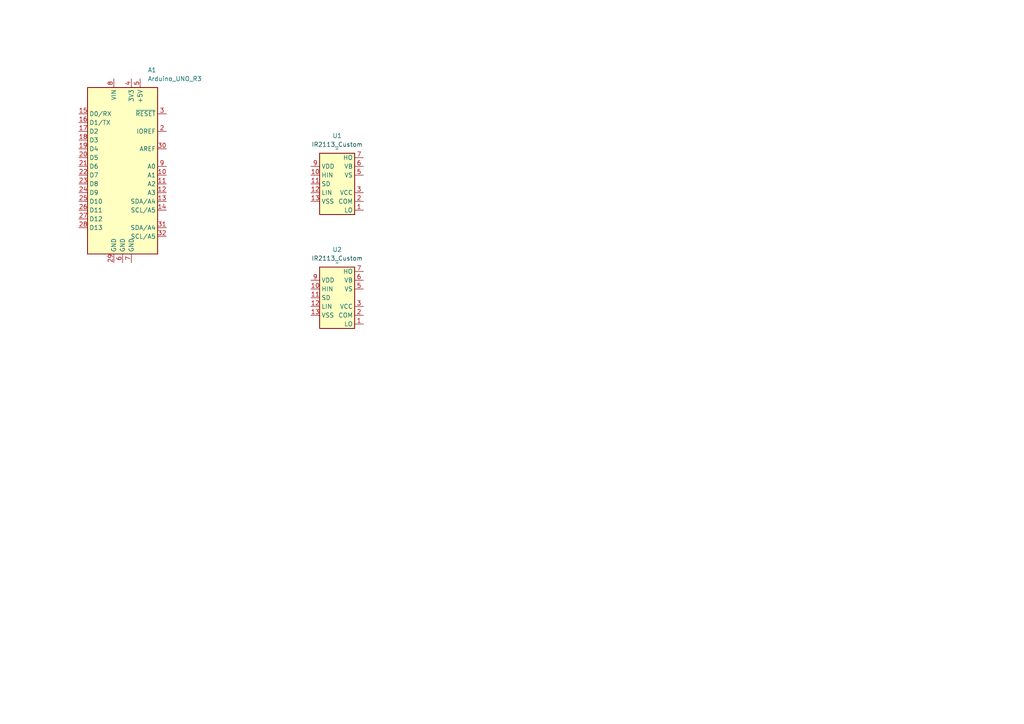
<source format=kicad_sch>
(kicad_sch (version 20230121) (generator eeschema)
  (paper "A4")
  (lib_symbols
    (symbol "MCU_Module:Arduino_UNO_R3"
      (property "Reference" "A" (at -10.16 23.495 0))
      (property "Value" "Arduino_UNO_R3" (at 5.08 -26.67 0))
      (symbol "Arduino_UNO_R3_0_1"
        (rectangle (start -10.16 22.86) (end 10.16 -25.4) (stroke (width 0.254)) (fill (type background)))
      )
      (symbol "Arduino_UNO_R3_1_1"
        (pin no_connect line (at -10.16 -20.32 0) (length 2.54) hide (name "NC") (number "1"))
        (pin bidirectional line (at 12.7 -2.54 180) (length 2.54) (name "A1") (number "10"))
        (pin bidirectional line (at 12.7 -5.08 180) (length 2.54) (name "A2") (number "11"))
        (pin bidirectional line (at 12.7 -7.62 180) (length 2.54) (name "A3") (number "12"))
        (pin bidirectional line (at 12.7 -10.16 180) (length 2.54) (name "SDA/A4") (number "13"))
        (pin bidirectional line (at 12.7 -12.7 180) (length 2.54) (name "SCL/A5") (number "14"))
        (pin bidirectional line (at -12.7 15.24 0) (length 2.54) (name "D0/RX") (number "15"))
        (pin bidirectional line (at -12.7 12.7 0) (length 2.54) (name "D1/TX") (number "16"))
        (pin bidirectional line (at -12.7 10.16 0) (length 2.54) (name "D2") (number "17"))
        (pin bidirectional line (at -12.7 7.62 0) (length 2.54) (name "D3") (number "18"))
        (pin bidirectional line (at -12.7 5.08 0) (length 2.54) (name "D4") (number "19"))
        (pin output line (at 12.7 10.16 180) (length 2.54) (name "IOREF") (number "2"))
        (pin bidirectional line (at -12.7 2.54 0) (length 2.54) (name "D5") (number "20"))
        (pin bidirectional line (at -12.7 0 0) (length 2.54) (name "D6") (number "21"))
        (pin bidirectional line (at -12.7 -2.54 0) (length 2.54) (name "D7") (number "22"))
        (pin bidirectional line (at -12.7 -5.08 0) (length 2.54) (name "D8") (number "23"))
        (pin bidirectional line (at -12.7 -7.62 0) (length 2.54) (name "D9") (number "24"))
        (pin bidirectional line (at -12.7 -10.16 0) (length 2.54) (name "D10") (number "25"))
        (pin bidirectional line (at -12.7 -12.7 0) (length 2.54) (name "D11") (number "26"))
        (pin bidirectional line (at -12.7 -15.24 0) (length 2.54) (name "D12") (number "27"))
        (pin bidirectional line (at -12.7 -17.78 0) (length 2.54) (name "D13") (number "28"))
        (pin power_in line (at -2.54 -27.94 90) (length 2.54) (name "GND") (number "29"))
        (pin input line (at 12.7 15.24 180) (length 2.54) (name "~{RESET}") (number "3"))
        (pin input line (at 12.7 5.08 180) (length 2.54) (name "AREF") (number "30"))
        (pin bidirectional line (at 12.7 -17.78 180) (length 2.54) (name "SDA/A4") (number "31"))
        (pin bidirectional line (at 12.7 -20.32 180) (length 2.54) (name "SCL/A5") (number "32"))
        (pin power_out line (at 2.54 25.4 270) (length 2.54) (name "3V3") (number "4"))
        (pin power_out line (at 5.08 25.4 270) (length 2.54) (name "+5V") (number "5"))
        (pin power_in line (at 0 -27.94 90) (length 2.54) (name "GND") (number "6"))
        (pin power_in line (at 2.54 -27.94 90) (length 2.54) (name "GND") (number "7"))
        (pin power_in line (at -2.54 25.4 270) (length 2.54) (name "VIN") (number "8"))
        (pin bidirectional line (at 12.7 0 180) (length 2.54) (name "A0") (number "9"))
      )
    )
    (symbol "New_Library:IR2113_Custom"
      (property "Reference" "U" (at 0 3.81 0))
      (symbol "IR2113_Custom_1_1"
        (rectangle (start -5.08 -1.27) (end 5.08 -19.05) (stroke (width 0.254)) (fill (type background)))
        (text "IR2113_Custom" (at 0 1.27 0) (effects (font (size 1.27 1.27))))
        (pin no_connect line (at -7.62 -17.78 0) (length 2.54) hide (name "14") (number ""))
        (pin no_connect line (at -7.62 -2.54 0) (length 2.54) hide (name "8") (number ""))
        (pin output line (at 7.62 -17.78 180) (length 2.54) (name "LO") (number "1"))
        (pin input line (at -7.62 -7.62 0) (length 2.54) (name "HIN") (number "10"))
        (pin input line (at -7.62 -10.16 0) (length 2.54) (name "SD") (number "11"))
        (pin input line (at -7.62 -12.7 0) (length 2.54) (name "LIN") (number "12"))
        (pin input line (at -7.62 -15.24 0) (length 2.54) (name "VSS") (number "13"))
        (pin output line (at 7.62 -15.24 180) (length 2.54) (name "COM") (number "2"))
        (pin input line (at 7.62 -12.7 180) (length 2.54) (name "VCC") (number "3"))
        (pin no_connect line (at 7.62 -10.16 180) (length 2.54) hide (name "") (number "4"))
        (pin output line (at 7.62 -7.62 180) (length 2.54) (name "VS") (number "5"))
        (pin output line (at 7.62 -5.08 180) (length 2.54) (name "VB") (number "6"))
        (pin output line (at 7.62 -2.54 180) (length 2.54) (name "HO") (number "7"))
        (pin input line (at -7.62 -5.08 0) (length 2.54) (name "VDD") (number "9"))
      )
    )
  )
  (symbol (lib_id "New_Library:IR2113_Custom") (at 97.79 76.2 0) (unit 1)
    (property "Reference" "U2" (at 97.79 72.39 0))
    (property "Value" "~" (at 97.79 76.2 0))
  )
  (symbol (lib_id "MCU_Module:Arduino_UNO_R3") (at 35.56 48.26 0) (unit 1)
    (property "Reference" "A1" (at 42.8341 20.32 0) (effects (justify left)))
    (property "Value" "Arduino_UNO_R3" (at 42.8341 22.86 0) (effects (justify left)))
    (property "Footprint" "Module:Arduino_UNO_R3" (effects hide))
    (property "Datasheet" "https://www.arduino.cc/en/Main/arduinoBoardUno" (effects hide))
  )
  (symbol (lib_id "New_Library:IR2113_Custom") (at 97.79 43.18 0) (unit 1)
    (property "Reference" "U1" (at 97.79 39.37 0))
    (property "Value" "~" (at 97.79 43.18 0))
  )
)
</source>
